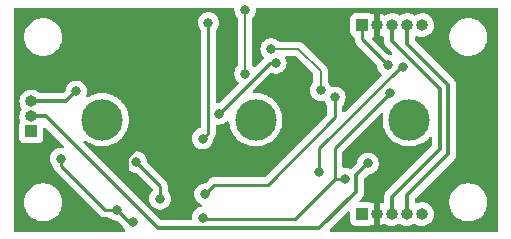
<source format=gbl>
%TF.GenerationSoftware,KiCad,Pcbnew,(6.99.0)*%
%TF.CreationDate,2023-04-20T01:20:35-07:00*%
%TF.ProjectId,emg-analog-front-end,656d672d-616e-4616-9c6f-672d66726f6e,rev?*%
%TF.SameCoordinates,Original*%
%TF.FileFunction,Copper,L2,Bot*%
%TF.FilePolarity,Positive*%
%FSLAX46Y46*%
G04 Gerber Fmt 4.6, Leading zero omitted, Abs format (unit mm)*
G04 Created by KiCad (PCBNEW (6.99.0)) date 2023-04-20 01:20:35*
%MOMM*%
%LPD*%
G01*
G04 APERTURE LIST*
%TA.AperFunction,ComponentPad*%
%ADD10R,1.000000X1.000000*%
%TD*%
%TA.AperFunction,ComponentPad*%
%ADD11O,1.000000X1.000000*%
%TD*%
%TA.AperFunction,ComponentPad*%
%ADD12C,3.500000*%
%TD*%
%TA.AperFunction,ViaPad*%
%ADD13C,0.800000*%
%TD*%
%TA.AperFunction,Conductor*%
%ADD14C,0.254000*%
%TD*%
%TA.AperFunction,Conductor*%
%ADD15C,0.355600*%
%TD*%
%TA.AperFunction,Conductor*%
%ADD16C,0.203200*%
%TD*%
%TA.AperFunction,Conductor*%
%ADD17C,0.250000*%
%TD*%
G04 APERTURE END LIST*
D10*
%TO.P,J2,1,Pin_1*%
%TO.N,GND*%
X30000000Y-2000000D03*
D11*
%TO.P,J2,2,Pin_2*%
%TO.N,VDD*%
X31270000Y-2000000D03*
%TO.P,J2,3,Pin_3*%
%TO.N,AOUT*%
X32540000Y-2000000D03*
%TO.P,J2,4,Pin_4*%
%TO.N,AOUT1*%
X33810000Y-2000000D03*
%TO.P,J2,5,Pin_5*%
%TO.N,-VDD*%
X35080000Y-2000000D03*
%TD*%
D12*
%TO.P,H7,1,1*%
%TO.N,Net-(H7-Pad1)*%
X21000000Y-10000000D03*
%TD*%
D10*
%TO.P,J1,1,Pin_1*%
%TO.N,GND*%
X2000000Y-11000000D03*
D11*
%TO.P,J1,2,Pin_2*%
%TO.N,E+*%
X2000000Y-9730000D03*
%TO.P,J1,3,Pin_3*%
%TO.N,E-*%
X2000000Y-8460000D03*
%TD*%
D10*
%TO.P,J3,1,Pin_1*%
%TO.N,GND*%
X30000000Y-18000000D03*
D11*
%TO.P,J3,2,Pin_2*%
%TO.N,VDD*%
X31270000Y-18000000D03*
%TO.P,J3,3,Pin_3*%
%TO.N,AOUT*%
X32540000Y-18000000D03*
%TO.P,J3,4,Pin_4*%
%TO.N,AOUT1*%
X33810000Y-18000000D03*
%TO.P,J3,5,Pin_5*%
%TO.N,-VDD*%
X35080000Y-18000000D03*
%TD*%
D12*
%TO.P,H8,1,1*%
%TO.N,Net-(H8-Pad1)*%
X34000000Y-10000000D03*
%TD*%
%TO.P,H6,1,1*%
%TO.N,Net-(H6-Pad1)*%
X8000000Y-10000000D03*
%TD*%
D13*
%TO.N,-VDD*%
X10900000Y-13600000D03*
%TO.N,VDD*%
X10700000Y-15431250D03*
%TO.N,GND*%
X4500000Y-13300000D03*
X10600000Y-18700000D03*
%TO.N,-VDD*%
X12900000Y-16700000D03*
%TO.N,GND*%
X9237500Y-17631250D03*
%TO.N,VDD*%
X23200000Y-7800000D03*
%TO.N,E-*%
X5800000Y-7600000D03*
%TO.N,E+*%
X30500000Y-13700000D03*
%TO.N,GND*%
X32200000Y-5400000D03*
%TO.N,VDD*%
X17400000Y-12900000D03*
%TO.N,-VDD*%
X28600000Y-15000000D03*
%TO.N,VDD*%
X14100000Y-5000000D03*
%TO.N,GND*%
X16500000Y-11600000D03*
X17000000Y-1800000D03*
%TO.N,-VDD*%
X16500000Y-18300000D03*
X32400000Y-7700000D03*
%TO.N,HPF_OUT*%
X17900000Y-9500000D03*
X22700000Y-5200000D03*
%TO.N,Net-(C14-Pad2)*%
X20100000Y-6100000D03*
X20100000Y-700000D03*
%TO.N,NOTCH_OUT*%
X26500000Y-7500000D03*
X22300000Y-4000000D03*
%TO.N,AMP_IN*%
X27700000Y-8100000D03*
X16700000Y-16300000D03*
%TO.N,Net-(R7-Pad3)*%
X33500000Y-5500000D03*
X26400000Y-14400000D03*
%TD*%
D14*
%TO.N,VDD*%
X10700000Y-15431250D02*
X10700000Y-14900000D01*
X10700000Y-14900000D02*
X10100000Y-14300000D01*
X10100000Y-14300000D02*
X10100000Y-13200000D01*
X10100000Y-13200000D02*
X10800000Y-12500000D01*
X10800000Y-12500000D02*
X13600000Y-12500000D01*
X13600000Y-12500000D02*
X14100000Y-12000000D01*
X14100000Y-12000000D02*
X14100000Y-5000000D01*
%TO.N,-VDD*%
X10900000Y-13600000D02*
X12900000Y-15600000D01*
X12900000Y-15600000D02*
X12900000Y-16700000D01*
X16500000Y-18300000D02*
X16600000Y-18400000D01*
X16600000Y-18400000D02*
X24300000Y-18400000D01*
X24300000Y-18400000D02*
X27700000Y-15000000D01*
%TO.N,GND*%
X4500000Y-13900000D02*
X8231250Y-17631250D01*
X4500000Y-13300000D02*
X4500000Y-13900000D01*
X8231250Y-17631250D02*
X9237500Y-17631250D01*
X9237500Y-17631250D02*
X10306250Y-18700000D01*
X10306250Y-18700000D02*
X10600000Y-18700000D01*
D15*
%TO.N,E+*%
X30500000Y-13700000D02*
X29500000Y-14700000D01*
X12700000Y-19200000D02*
X3230000Y-9730000D01*
X29500000Y-14700000D02*
X29500000Y-16100000D01*
X29500000Y-16100000D02*
X26400000Y-19200000D01*
X3230000Y-9730000D02*
X2000000Y-9730000D01*
X26400000Y-19200000D02*
X12700000Y-19200000D01*
D16*
%TO.N,VDD*%
X17400000Y-12900000D02*
X22100000Y-12900000D01*
X23200000Y-7900000D02*
X23200000Y-7800000D01*
X22100000Y-12900000D02*
X23400000Y-11600000D01*
X23400000Y-11600000D02*
X23400000Y-8100000D01*
X23400000Y-8100000D02*
X23200000Y-7900000D01*
D17*
%TO.N,HPF_OUT*%
X17900000Y-9500000D02*
X22200000Y-5200000D01*
X22200000Y-5200000D02*
X22700000Y-5200000D01*
D15*
%TO.N,E-*%
X5800000Y-7600000D02*
X4940000Y-8460000D01*
X4940000Y-8460000D02*
X2000000Y-8460000D01*
D17*
%TO.N,AMP_IN*%
X16700000Y-16300000D02*
X17500000Y-15500000D01*
X17500000Y-15500000D02*
X22000000Y-15500000D01*
X22000000Y-15500000D02*
X27700000Y-9800000D01*
X27700000Y-9800000D02*
X27700000Y-8100000D01*
D14*
%TO.N,GND*%
X32200000Y-5400000D02*
X30000000Y-3200000D01*
X30000000Y-3200000D02*
X30000000Y-2000000D01*
%TO.N,Net-(R7-Pad3)*%
X26400000Y-12400000D02*
X26400000Y-14400000D01*
X33300000Y-5500000D02*
X26400000Y-12400000D01*
X33500000Y-5500000D02*
X33300000Y-5500000D01*
%TO.N,-VDD*%
X27700000Y-15000000D02*
X28600000Y-15000000D01*
D16*
%TO.N,NOTCH_OUT*%
X26500000Y-7500000D02*
X26500000Y-5900000D01*
X26500000Y-5900000D02*
X24600000Y-4000000D01*
X24600000Y-4000000D02*
X22300000Y-4000000D01*
D17*
%TO.N,GND*%
X17000000Y-11100000D02*
X16500000Y-11600000D01*
X17000000Y-1800000D02*
X17000000Y-11100000D01*
D16*
%TO.N,Net-(C14-Pad2)*%
X20100000Y-6100000D02*
X20100000Y-700000D01*
D15*
%TO.N,AOUT*%
X32540000Y-18000000D02*
X32540000Y-16560000D01*
X32540000Y-16560000D02*
X36600000Y-12500000D01*
X36600000Y-12500000D02*
X36600000Y-7400000D01*
X36600000Y-7400000D02*
X32540000Y-3340000D01*
X32540000Y-3340000D02*
X32540000Y-2000000D01*
%TO.N,AOUT1*%
X33810000Y-2000000D02*
X33810000Y-3610000D01*
X33810000Y-3610000D02*
X37300000Y-7100000D01*
X37300000Y-7100000D02*
X37300000Y-12900000D01*
X37300000Y-12900000D02*
X33810000Y-16390000D01*
X33810000Y-16390000D02*
X33810000Y-18000000D01*
D14*
%TO.N,-VDD*%
X27700000Y-12400000D02*
X27700000Y-15000000D01*
X32400000Y-7700000D02*
X27700000Y-12400000D01*
%TD*%
%TA.AperFunction,Conductor*%
%TO.N,VDD*%
G36*
X41434121Y-528002D02*
G01*
X41480614Y-581658D01*
X41492000Y-634000D01*
X41492000Y-19366000D01*
X41471998Y-19434121D01*
X41418342Y-19480614D01*
X41366000Y-19492000D01*
X27382765Y-19492000D01*
X27314644Y-19471998D01*
X27268151Y-19418342D01*
X27258047Y-19348068D01*
X27287541Y-19283488D01*
X27293670Y-19276905D01*
X28776405Y-17794169D01*
X28838717Y-17760144D01*
X28909532Y-17765208D01*
X28966368Y-17807755D01*
X28991179Y-17874275D01*
X28991500Y-17883264D01*
X28991500Y-18548134D01*
X28998255Y-18610316D01*
X29049385Y-18746705D01*
X29136739Y-18863261D01*
X29253295Y-18950615D01*
X29389684Y-19001745D01*
X29451866Y-19008500D01*
X30548134Y-19008500D01*
X30610316Y-19001745D01*
X30746705Y-18950615D01*
X30753892Y-18945229D01*
X30761760Y-18940921D01*
X30762891Y-18942987D01*
X30817418Y-18922618D01*
X30865408Y-18928459D01*
X30998769Y-18971790D01*
X31012867Y-18972193D01*
X31016000Y-18965821D01*
X31016000Y-17042076D01*
X31012027Y-17028545D01*
X31004232Y-17027425D01*
X30896479Y-17059138D01*
X30879396Y-17066040D01*
X30878941Y-17064914D01*
X30815604Y-17077498D01*
X30762772Y-17057230D01*
X30761760Y-17059079D01*
X30753892Y-17054771D01*
X30746705Y-17049385D01*
X30610316Y-16998255D01*
X30548134Y-16991500D01*
X29883264Y-16991500D01*
X29815143Y-16971498D01*
X29768650Y-16917842D01*
X29758546Y-16847568D01*
X29788040Y-16782988D01*
X29794169Y-16776405D01*
X29965366Y-16605208D01*
X29971631Y-16599354D01*
X29997558Y-16576736D01*
X30013766Y-16562597D01*
X30049291Y-16512050D01*
X30053224Y-16506754D01*
X30086661Y-16464110D01*
X30091348Y-16458133D01*
X30094475Y-16451208D01*
X30096947Y-16447126D01*
X30102658Y-16437114D01*
X30104912Y-16432910D01*
X30109281Y-16426694D01*
X30112040Y-16419618D01*
X30112042Y-16419614D01*
X30131722Y-16369137D01*
X30134278Y-16363056D01*
X30156580Y-16313662D01*
X30159706Y-16306739D01*
X30161091Y-16299265D01*
X30162521Y-16294702D01*
X30165672Y-16283644D01*
X30166864Y-16279002D01*
X30169621Y-16271930D01*
X30177685Y-16210678D01*
X30178717Y-16204163D01*
X30180251Y-16195890D01*
X30189977Y-16143410D01*
X30189377Y-16132995D01*
X30186509Y-16083264D01*
X30186300Y-16076011D01*
X30186300Y-15036465D01*
X30206302Y-14968344D01*
X30223205Y-14947370D01*
X30527375Y-14643200D01*
X30589687Y-14609174D01*
X30593879Y-14608500D01*
X30595487Y-14608500D01*
X30600478Y-14607439D01*
X30600485Y-14607438D01*
X30682861Y-14589928D01*
X30782288Y-14568794D01*
X30872786Y-14528502D01*
X30950722Y-14493803D01*
X30950724Y-14493802D01*
X30956752Y-14491118D01*
X31111253Y-14378866D01*
X31143061Y-14343540D01*
X31234621Y-14241852D01*
X31234622Y-14241851D01*
X31239040Y-14236944D01*
X31334527Y-14071556D01*
X31393542Y-13889928D01*
X31395766Y-13868774D01*
X31412814Y-13706565D01*
X31413504Y-13700000D01*
X31402137Y-13591852D01*
X31394232Y-13516635D01*
X31394232Y-13516633D01*
X31393542Y-13510072D01*
X31334527Y-13328444D01*
X31239040Y-13163056D01*
X31197243Y-13116635D01*
X31115675Y-13026045D01*
X31115674Y-13026044D01*
X31111253Y-13021134D01*
X30975800Y-12922721D01*
X30962094Y-12912763D01*
X30962093Y-12912762D01*
X30956752Y-12908882D01*
X30950724Y-12906198D01*
X30950722Y-12906197D01*
X30788319Y-12833891D01*
X30788318Y-12833891D01*
X30782288Y-12831206D01*
X30688888Y-12811353D01*
X30601944Y-12792872D01*
X30601939Y-12792872D01*
X30595487Y-12791500D01*
X30404513Y-12791500D01*
X30398061Y-12792872D01*
X30398056Y-12792872D01*
X30311112Y-12811353D01*
X30217712Y-12831206D01*
X30211682Y-12833891D01*
X30211681Y-12833891D01*
X30049278Y-12906197D01*
X30049276Y-12906198D01*
X30043248Y-12908882D01*
X30037907Y-12912762D01*
X30037906Y-12912763D01*
X30024200Y-12922721D01*
X29888747Y-13021134D01*
X29884326Y-13026044D01*
X29884325Y-13026045D01*
X29802758Y-13116635D01*
X29760960Y-13163056D01*
X29665473Y-13328444D01*
X29606458Y-13510072D01*
X29605768Y-13516633D01*
X29605768Y-13516635D01*
X29597863Y-13591852D01*
X29570850Y-13657509D01*
X29561648Y-13667778D01*
X29092931Y-14136494D01*
X29030619Y-14170519D01*
X28959803Y-14165454D01*
X28952588Y-14162505D01*
X28888324Y-14133893D01*
X28888321Y-14133892D01*
X28882288Y-14131206D01*
X28840660Y-14122358D01*
X28701944Y-14092872D01*
X28701939Y-14092872D01*
X28695487Y-14091500D01*
X28504513Y-14091500D01*
X28498058Y-14092872D01*
X28498049Y-14092873D01*
X28487694Y-14095074D01*
X28416904Y-14089671D01*
X28360272Y-14046853D01*
X28335780Y-13980215D01*
X28335500Y-13971827D01*
X28335500Y-12715422D01*
X28355502Y-12647301D01*
X28372405Y-12626327D01*
X31576990Y-9421742D01*
X31639302Y-9387716D01*
X31710117Y-9392781D01*
X31766953Y-9435328D01*
X31791764Y-9501848D01*
X31789664Y-9535418D01*
X31756821Y-9700532D01*
X31756017Y-9704574D01*
X31755748Y-9708679D01*
X31755747Y-9708686D01*
X31741972Y-9918858D01*
X31736654Y-10000000D01*
X31736924Y-10004119D01*
X31755735Y-10291118D01*
X31756017Y-10295426D01*
X31756819Y-10299459D01*
X31756820Y-10299465D01*
X31788679Y-10459627D01*
X31813776Y-10585797D01*
X31815103Y-10589706D01*
X31815104Y-10589710D01*
X31864047Y-10733891D01*
X31908941Y-10866145D01*
X31970852Y-10991687D01*
X32034157Y-11120057D01*
X32039885Y-11131673D01*
X32042179Y-11135106D01*
X32180422Y-11342001D01*
X32204367Y-11377838D01*
X32207081Y-11380932D01*
X32207085Y-11380938D01*
X32347387Y-11540921D01*
X32399573Y-11600427D01*
X32402662Y-11603136D01*
X32619062Y-11792915D01*
X32619068Y-11792919D01*
X32622162Y-11795633D01*
X32625588Y-11797922D01*
X32625593Y-11797926D01*
X32731428Y-11868642D01*
X32868327Y-11960115D01*
X32872026Y-11961939D01*
X32872031Y-11961942D01*
X32947119Y-11998971D01*
X33133855Y-12091059D01*
X33137760Y-12092384D01*
X33137761Y-12092385D01*
X33410290Y-12184896D01*
X33410294Y-12184897D01*
X33414203Y-12186224D01*
X33418247Y-12187028D01*
X33418253Y-12187030D01*
X33700535Y-12243180D01*
X33700541Y-12243181D01*
X33704574Y-12243983D01*
X33708679Y-12244252D01*
X33708686Y-12244253D01*
X33995881Y-12263076D01*
X34000000Y-12263346D01*
X34004119Y-12263076D01*
X34291314Y-12244253D01*
X34291321Y-12244252D01*
X34295426Y-12243983D01*
X34299459Y-12243181D01*
X34299465Y-12243180D01*
X34581747Y-12187030D01*
X34581753Y-12187028D01*
X34585797Y-12186224D01*
X34589706Y-12184897D01*
X34589710Y-12184896D01*
X34862239Y-12092385D01*
X34862240Y-12092384D01*
X34866145Y-12091059D01*
X35052881Y-11998971D01*
X35127969Y-11961942D01*
X35127974Y-11961939D01*
X35131673Y-11960115D01*
X35268572Y-11868642D01*
X35374407Y-11797926D01*
X35374412Y-11797922D01*
X35377838Y-11795633D01*
X35380932Y-11792919D01*
X35380938Y-11792915D01*
X35597338Y-11603136D01*
X35600427Y-11600427D01*
X35652613Y-11540921D01*
X35692968Y-11494905D01*
X35752922Y-11456878D01*
X35823917Y-11457300D01*
X35883414Y-11496039D01*
X35912522Y-11560794D01*
X35913700Y-11577983D01*
X35913700Y-12163535D01*
X35893698Y-12231656D01*
X35876795Y-12252630D01*
X32074634Y-16054792D01*
X32068369Y-16060646D01*
X32026234Y-16097403D01*
X32001875Y-16132062D01*
X31990709Y-16147950D01*
X31986776Y-16153246D01*
X31948652Y-16201867D01*
X31945525Y-16208792D01*
X31943053Y-16212874D01*
X31937342Y-16222886D01*
X31935088Y-16227090D01*
X31930719Y-16233306D01*
X31927960Y-16240382D01*
X31927958Y-16240386D01*
X31908278Y-16290863D01*
X31905722Y-16296944D01*
X31880294Y-16353261D01*
X31878909Y-16360735D01*
X31877479Y-16365298D01*
X31874328Y-16376356D01*
X31873136Y-16380998D01*
X31870379Y-16388070D01*
X31869388Y-16395598D01*
X31862315Y-16449321D01*
X31861285Y-16455824D01*
X31850023Y-16516590D01*
X31850460Y-16524170D01*
X31850460Y-16524171D01*
X31853491Y-16576736D01*
X31853700Y-16583989D01*
X31853700Y-16958277D01*
X31833698Y-17026398D01*
X31780042Y-17072891D01*
X31709768Y-17082995D01*
X31673812Y-17071109D01*
X31673611Y-17071586D01*
X31656619Y-17064444D01*
X31541308Y-17028750D01*
X31527205Y-17028544D01*
X31524000Y-17035299D01*
X31524000Y-18957564D01*
X31527973Y-18971095D01*
X31536188Y-18972276D01*
X31630337Y-18945989D01*
X31641787Y-18941548D01*
X31807226Y-18857979D01*
X31817588Y-18851403D01*
X31826074Y-18844773D01*
X31892068Y-18818595D01*
X31965117Y-18834074D01*
X32134294Y-18928624D01*
X32322392Y-18989740D01*
X32518777Y-19013158D01*
X32524912Y-19012686D01*
X32524914Y-19012686D01*
X32709830Y-18998457D01*
X32709834Y-18998456D01*
X32715972Y-18997984D01*
X32906463Y-18944798D01*
X32911967Y-18942018D01*
X32911969Y-18942017D01*
X33077493Y-18858405D01*
X33077495Y-18858404D01*
X33082996Y-18855625D01*
X33087850Y-18851833D01*
X33087859Y-18851827D01*
X33096548Y-18845038D01*
X33162542Y-18818860D01*
X33235592Y-18834339D01*
X33404294Y-18928624D01*
X33592392Y-18989740D01*
X33788777Y-19013158D01*
X33794912Y-19012686D01*
X33794914Y-19012686D01*
X33979830Y-18998457D01*
X33979834Y-18998456D01*
X33985972Y-18997984D01*
X34176463Y-18944798D01*
X34181967Y-18942018D01*
X34181969Y-18942017D01*
X34347493Y-18858405D01*
X34347495Y-18858404D01*
X34352996Y-18855625D01*
X34357850Y-18851833D01*
X34357859Y-18851827D01*
X34366548Y-18845038D01*
X34432542Y-18818860D01*
X34505592Y-18834339D01*
X34674294Y-18928624D01*
X34862392Y-18989740D01*
X35058777Y-19013158D01*
X35064912Y-19012686D01*
X35064914Y-19012686D01*
X35249830Y-18998457D01*
X35249834Y-18998456D01*
X35255972Y-18997984D01*
X35446463Y-18944798D01*
X35451967Y-18942018D01*
X35451969Y-18942017D01*
X35617495Y-18858404D01*
X35617497Y-18858403D01*
X35622996Y-18855625D01*
X35778847Y-18733861D01*
X35885488Y-18610316D01*
X35904049Y-18588813D01*
X35904050Y-18588811D01*
X35908078Y-18584145D01*
X36005769Y-18412179D01*
X36068197Y-18224513D01*
X36092985Y-18028295D01*
X36093380Y-18000000D01*
X36074080Y-17803167D01*
X36071364Y-17794169D01*
X36022175Y-17631250D01*
X36016916Y-17613831D01*
X35924066Y-17439204D01*
X35831890Y-17326185D01*
X35802960Y-17290713D01*
X35802957Y-17290710D01*
X35799065Y-17285938D01*
X35794316Y-17282009D01*
X35651425Y-17163799D01*
X35651421Y-17163797D01*
X35646675Y-17159870D01*
X35472701Y-17065802D01*
X35283768Y-17007318D01*
X35277643Y-17006674D01*
X35277642Y-17006674D01*
X35214142Y-17000000D01*
X37386526Y-17000000D01*
X37406391Y-17252403D01*
X37407545Y-17257210D01*
X37407546Y-17257216D01*
X37414442Y-17285938D01*
X37465495Y-17498591D01*
X37467388Y-17503162D01*
X37467389Y-17503164D01*
X37515968Y-17620443D01*
X37562384Y-17732502D01*
X37694672Y-17948376D01*
X37859102Y-18140898D01*
X38051624Y-18305328D01*
X38267498Y-18437616D01*
X38272068Y-18439509D01*
X38272072Y-18439511D01*
X38444228Y-18510820D01*
X38501409Y-18534505D01*
X38572328Y-18551531D01*
X38742784Y-18592454D01*
X38742790Y-18592455D01*
X38747597Y-18593609D01*
X38847416Y-18601465D01*
X38934345Y-18608307D01*
X38934352Y-18608307D01*
X38936801Y-18608500D01*
X39063199Y-18608500D01*
X39065648Y-18608307D01*
X39065655Y-18608307D01*
X39152584Y-18601465D01*
X39252403Y-18593609D01*
X39257210Y-18592455D01*
X39257216Y-18592454D01*
X39427672Y-18551531D01*
X39498591Y-18534505D01*
X39555772Y-18510820D01*
X39727928Y-18439511D01*
X39727932Y-18439509D01*
X39732502Y-18437616D01*
X39948376Y-18305328D01*
X40140898Y-18140898D01*
X40305328Y-17948376D01*
X40437616Y-17732502D01*
X40484033Y-17620443D01*
X40532611Y-17503164D01*
X40532612Y-17503162D01*
X40534505Y-17498591D01*
X40585558Y-17285938D01*
X40592454Y-17257216D01*
X40592455Y-17257210D01*
X40593609Y-17252403D01*
X40613474Y-17000000D01*
X40593609Y-16747597D01*
X40589219Y-16729309D01*
X40543613Y-16539346D01*
X40534505Y-16501409D01*
X40532350Y-16496206D01*
X40439511Y-16272072D01*
X40439509Y-16272068D01*
X40437616Y-16267498D01*
X40305328Y-16051624D01*
X40140898Y-15859102D01*
X39948376Y-15694672D01*
X39732502Y-15562384D01*
X39727932Y-15560491D01*
X39727928Y-15560489D01*
X39503164Y-15467389D01*
X39503162Y-15467388D01*
X39498591Y-15465495D01*
X39366950Y-15433891D01*
X39257216Y-15407546D01*
X39257210Y-15407545D01*
X39252403Y-15406391D01*
X39152584Y-15398535D01*
X39065655Y-15391693D01*
X39065648Y-15391693D01*
X39063199Y-15391500D01*
X38936801Y-15391500D01*
X38934352Y-15391693D01*
X38934345Y-15391693D01*
X38847416Y-15398535D01*
X38747597Y-15406391D01*
X38742790Y-15407545D01*
X38742784Y-15407546D01*
X38633050Y-15433891D01*
X38501409Y-15465495D01*
X38496838Y-15467388D01*
X38496836Y-15467389D01*
X38272072Y-15560489D01*
X38272068Y-15560491D01*
X38267498Y-15562384D01*
X38051624Y-15694672D01*
X37859102Y-15859102D01*
X37694672Y-16051624D01*
X37562384Y-16267498D01*
X37560491Y-16272068D01*
X37560489Y-16272072D01*
X37467650Y-16496206D01*
X37465495Y-16501409D01*
X37456387Y-16539346D01*
X37410782Y-16729309D01*
X37406391Y-16747597D01*
X37386526Y-17000000D01*
X35214142Y-17000000D01*
X35093204Y-16987289D01*
X35093202Y-16987289D01*
X35087075Y-16986645D01*
X35004576Y-16994153D01*
X34896251Y-17004011D01*
X34896248Y-17004012D01*
X34890112Y-17004570D01*
X34884206Y-17006308D01*
X34884202Y-17006309D01*
X34807954Y-17028750D01*
X34700381Y-17060410D01*
X34694916Y-17063267D01*
X34680677Y-17070711D01*
X34611042Y-17084546D01*
X34544981Y-17058537D01*
X34503468Y-17000942D01*
X34496300Y-16959050D01*
X34496300Y-16726465D01*
X34516302Y-16658344D01*
X34533205Y-16637370D01*
X37765374Y-13405201D01*
X37771639Y-13399347D01*
X37772026Y-13399010D01*
X37813766Y-13362597D01*
X37818134Y-13356383D01*
X37818136Y-13356380D01*
X37849283Y-13312064D01*
X37853213Y-13306772D01*
X37886660Y-13264114D01*
X37886663Y-13264109D01*
X37891348Y-13258134D01*
X37894475Y-13251210D01*
X37896956Y-13247112D01*
X37902651Y-13237127D01*
X37904911Y-13232911D01*
X37909281Y-13226694D01*
X37931727Y-13169125D01*
X37934283Y-13163046D01*
X37956578Y-13113666D01*
X37959706Y-13106739D01*
X37961091Y-13099265D01*
X37962525Y-13094690D01*
X37965672Y-13083644D01*
X37966864Y-13079002D01*
X37969621Y-13071930D01*
X37977685Y-13010678D01*
X37978717Y-13004163D01*
X37988593Y-12950876D01*
X37989977Y-12943410D01*
X37989477Y-12934729D01*
X37986509Y-12883264D01*
X37986300Y-12876011D01*
X37986300Y-7128144D01*
X37986592Y-7119574D01*
X37989877Y-7071394D01*
X37989877Y-7071390D01*
X37990393Y-7063818D01*
X37979769Y-7002947D01*
X37978807Y-6996425D01*
X37972297Y-6942632D01*
X37971385Y-6935092D01*
X37968700Y-6927987D01*
X37967568Y-6923377D01*
X37964519Y-6912229D01*
X37963139Y-6907661D01*
X37961834Y-6900181D01*
X37936998Y-6843603D01*
X37934517Y-6837523D01*
X37915353Y-6786806D01*
X37915352Y-6786803D01*
X37912669Y-6779704D01*
X37908368Y-6773446D01*
X37906168Y-6769238D01*
X37900560Y-6759162D01*
X37898120Y-6755035D01*
X37895066Y-6748079D01*
X37890443Y-6742054D01*
X37890440Y-6742049D01*
X37857466Y-6699076D01*
X37853590Y-6693741D01*
X37822890Y-6649073D01*
X37822885Y-6649067D01*
X37818583Y-6642808D01*
X37773587Y-6602718D01*
X37768312Y-6597738D01*
X34533205Y-3362631D01*
X34499179Y-3300319D01*
X34496300Y-3273536D01*
X34496300Y-3042752D01*
X34516302Y-2974631D01*
X34569958Y-2928138D01*
X34640232Y-2918034D01*
X34671041Y-2926806D01*
X34674294Y-2928624D01*
X34862392Y-2989740D01*
X35058777Y-3013158D01*
X35064912Y-3012686D01*
X35064914Y-3012686D01*
X35229778Y-3000000D01*
X37386526Y-3000000D01*
X37406391Y-3252403D01*
X37407545Y-3257210D01*
X37407546Y-3257216D01*
X37438607Y-3386594D01*
X37465495Y-3498591D01*
X37467388Y-3503162D01*
X37467389Y-3503164D01*
X37545575Y-3691921D01*
X37562384Y-3732502D01*
X37694672Y-3948376D01*
X37859102Y-4140898D01*
X38051624Y-4305328D01*
X38267498Y-4437616D01*
X38272068Y-4439509D01*
X38272072Y-4439511D01*
X38496836Y-4532611D01*
X38501409Y-4534505D01*
X38586032Y-4554821D01*
X38742784Y-4592454D01*
X38742790Y-4592455D01*
X38747597Y-4593609D01*
X38847416Y-4601465D01*
X38934345Y-4608307D01*
X38934352Y-4608307D01*
X38936801Y-4608500D01*
X39063199Y-4608500D01*
X39065648Y-4608307D01*
X39065655Y-4608307D01*
X39152584Y-4601465D01*
X39252403Y-4593609D01*
X39257210Y-4592455D01*
X39257216Y-4592454D01*
X39413968Y-4554821D01*
X39498591Y-4534505D01*
X39503164Y-4532611D01*
X39727928Y-4439511D01*
X39727932Y-4439509D01*
X39732502Y-4437616D01*
X39948376Y-4305328D01*
X40140898Y-4140898D01*
X40305328Y-3948376D01*
X40437616Y-3732502D01*
X40454426Y-3691921D01*
X40532611Y-3503164D01*
X40532612Y-3503162D01*
X40534505Y-3498591D01*
X40561393Y-3386594D01*
X40592454Y-3257216D01*
X40592455Y-3257210D01*
X40593609Y-3252403D01*
X40613474Y-3000000D01*
X40613077Y-2994949D01*
X40601812Y-2851829D01*
X40593609Y-2747597D01*
X40591377Y-2738297D01*
X40545920Y-2548956D01*
X40534505Y-2501409D01*
X40497545Y-2412179D01*
X40439511Y-2272072D01*
X40439509Y-2272068D01*
X40437616Y-2267498D01*
X40305328Y-2051624D01*
X40140898Y-1859102D01*
X39948376Y-1694672D01*
X39732502Y-1562384D01*
X39727932Y-1560491D01*
X39727928Y-1560489D01*
X39503164Y-1467389D01*
X39503162Y-1467388D01*
X39498591Y-1465495D01*
X39389080Y-1439204D01*
X39257216Y-1407546D01*
X39257210Y-1407545D01*
X39252403Y-1406391D01*
X39139943Y-1397540D01*
X39065655Y-1391693D01*
X39065648Y-1391693D01*
X39063199Y-1391500D01*
X38936801Y-1391500D01*
X38934352Y-1391693D01*
X38934345Y-1391693D01*
X38860057Y-1397540D01*
X38747597Y-1406391D01*
X38742790Y-1407545D01*
X38742784Y-1407546D01*
X38610920Y-1439204D01*
X38501409Y-1465495D01*
X38496838Y-1467388D01*
X38496836Y-1467389D01*
X38272072Y-1560489D01*
X38272068Y-1560491D01*
X38267498Y-1562384D01*
X38051624Y-1694672D01*
X37859102Y-1859102D01*
X37694672Y-2051624D01*
X37562384Y-2267498D01*
X37560491Y-2272068D01*
X37560489Y-2272072D01*
X37502455Y-2412179D01*
X37465495Y-2501409D01*
X37454080Y-2548956D01*
X37408624Y-2738297D01*
X37406391Y-2747597D01*
X37398188Y-2851829D01*
X37386924Y-2994949D01*
X37386526Y-3000000D01*
X35229778Y-3000000D01*
X35249830Y-2998457D01*
X35249834Y-2998456D01*
X35255972Y-2997984D01*
X35446463Y-2944798D01*
X35451967Y-2942018D01*
X35451969Y-2942017D01*
X35617495Y-2858404D01*
X35617497Y-2858403D01*
X35622996Y-2855625D01*
X35778847Y-2733861D01*
X35908078Y-2584145D01*
X36005769Y-2412179D01*
X36068197Y-2224513D01*
X36092985Y-2028295D01*
X36093380Y-2000000D01*
X36074080Y-1803167D01*
X36016916Y-1613831D01*
X35924066Y-1439204D01*
X35846585Y-1344203D01*
X35802960Y-1290713D01*
X35802957Y-1290710D01*
X35799065Y-1285938D01*
X35794316Y-1282009D01*
X35651425Y-1163799D01*
X35651421Y-1163797D01*
X35646675Y-1159870D01*
X35472701Y-1065802D01*
X35283768Y-1007318D01*
X35277643Y-1006674D01*
X35277642Y-1006674D01*
X35093204Y-987289D01*
X35093202Y-987289D01*
X35087075Y-986645D01*
X35004576Y-994153D01*
X34896251Y-1004011D01*
X34896248Y-1004012D01*
X34890112Y-1004570D01*
X34884206Y-1006308D01*
X34884202Y-1006309D01*
X34807954Y-1028750D01*
X34700381Y-1060410D01*
X34694923Y-1063263D01*
X34694919Y-1063265D01*
X34599135Y-1113340D01*
X34525110Y-1152040D01*
X34520310Y-1155900D01*
X34515153Y-1159274D01*
X34513769Y-1157158D01*
X34458365Y-1180027D01*
X34388512Y-1167334D01*
X34378898Y-1161709D01*
X34376675Y-1159870D01*
X34202701Y-1065802D01*
X34013768Y-1007318D01*
X34007643Y-1006674D01*
X34007642Y-1006674D01*
X33823204Y-987289D01*
X33823202Y-987289D01*
X33817075Y-986645D01*
X33734576Y-994153D01*
X33626251Y-1004011D01*
X33626248Y-1004012D01*
X33620112Y-1004570D01*
X33614206Y-1006308D01*
X33614202Y-1006309D01*
X33537954Y-1028750D01*
X33430381Y-1060410D01*
X33424923Y-1063263D01*
X33424919Y-1063265D01*
X33329135Y-1113340D01*
X33255110Y-1152040D01*
X33250310Y-1155900D01*
X33245153Y-1159274D01*
X33243769Y-1157158D01*
X33188365Y-1180027D01*
X33118512Y-1167334D01*
X33108898Y-1161709D01*
X33106675Y-1159870D01*
X32932701Y-1065802D01*
X32743768Y-1007318D01*
X32737643Y-1006674D01*
X32737642Y-1006674D01*
X32553204Y-987289D01*
X32553202Y-987289D01*
X32547075Y-986645D01*
X32464576Y-994153D01*
X32356251Y-1004011D01*
X32356248Y-1004012D01*
X32350112Y-1004570D01*
X32344206Y-1006308D01*
X32344202Y-1006309D01*
X32267954Y-1028750D01*
X32160381Y-1060410D01*
X32154923Y-1063263D01*
X32154919Y-1063265D01*
X32059135Y-1113340D01*
X31985110Y-1152040D01*
X31980310Y-1155900D01*
X31975153Y-1159274D01*
X31973849Y-1157281D01*
X31917977Y-1180354D01*
X31848122Y-1167674D01*
X31834186Y-1159522D01*
X31830980Y-1157360D01*
X31667924Y-1069196D01*
X31656619Y-1064444D01*
X31541308Y-1028750D01*
X31527205Y-1028544D01*
X31524000Y-1035299D01*
X31524000Y-2957564D01*
X31527973Y-2971095D01*
X31536188Y-2972276D01*
X31630337Y-2945989D01*
X31641788Y-2941547D01*
X31670890Y-2926847D01*
X31740712Y-2913987D01*
X31806403Y-2940917D01*
X31847106Y-2999087D01*
X31853700Y-3039313D01*
X31853700Y-3311856D01*
X31853408Y-3320426D01*
X31850256Y-3366668D01*
X31849607Y-3376182D01*
X31858348Y-3426263D01*
X31860230Y-3437049D01*
X31861192Y-3443571D01*
X31868615Y-3504908D01*
X31871300Y-3512013D01*
X31872432Y-3516623D01*
X31875481Y-3527771D01*
X31876861Y-3532339D01*
X31878166Y-3539819D01*
X31903002Y-3596397D01*
X31905483Y-3602477D01*
X31913133Y-3622721D01*
X31927331Y-3660296D01*
X31931632Y-3666554D01*
X31933832Y-3670762D01*
X31939436Y-3680832D01*
X31941881Y-3684966D01*
X31944934Y-3691921D01*
X31979311Y-3736722D01*
X31982541Y-3740932D01*
X31986407Y-3746253D01*
X32021417Y-3797192D01*
X32027084Y-3802241D01*
X32027090Y-3802248D01*
X32066412Y-3837282D01*
X32071688Y-3842263D01*
X32534984Y-4305559D01*
X32569010Y-4367871D01*
X32563945Y-4438686D01*
X32521398Y-4495522D01*
X32454878Y-4520333D01*
X32419694Y-4517901D01*
X32378126Y-4509066D01*
X32301944Y-4492872D01*
X32301939Y-4492872D01*
X32295487Y-4491500D01*
X32242422Y-4491500D01*
X32174301Y-4471498D01*
X32153327Y-4454595D01*
X30883645Y-3184912D01*
X30849619Y-3122600D01*
X30854684Y-3051784D01*
X30897231Y-2994949D01*
X30963751Y-2970138D01*
X30980635Y-2972197D01*
X30980661Y-2971273D01*
X31012867Y-2972193D01*
X31016000Y-2965821D01*
X31016000Y-1042076D01*
X31012027Y-1028545D01*
X31004232Y-1027425D01*
X30896479Y-1059138D01*
X30879396Y-1066040D01*
X30878941Y-1064914D01*
X30815604Y-1077498D01*
X30762772Y-1057230D01*
X30761760Y-1059079D01*
X30753892Y-1054771D01*
X30746705Y-1049385D01*
X30610316Y-998255D01*
X30548134Y-991500D01*
X29451866Y-991500D01*
X29389684Y-998255D01*
X29253295Y-1049385D01*
X29136739Y-1136739D01*
X29049385Y-1253295D01*
X28998255Y-1389684D01*
X28991500Y-1451866D01*
X28991500Y-2548134D01*
X28998255Y-2610316D01*
X29049385Y-2746705D01*
X29136739Y-2863261D01*
X29253295Y-2950615D01*
X29282731Y-2961650D01*
X29339495Y-3004292D01*
X29364194Y-3070854D01*
X29364500Y-3079632D01*
X29364500Y-3120980D01*
X29363970Y-3132214D01*
X29362292Y-3139719D01*
X29362541Y-3147638D01*
X29364438Y-3208012D01*
X29364500Y-3211969D01*
X29364500Y-3239983D01*
X29364996Y-3243908D01*
X29364996Y-3243909D01*
X29365008Y-3244004D01*
X29365941Y-3255849D01*
X29367335Y-3300205D01*
X29373013Y-3319748D01*
X29377023Y-3339112D01*
X29379573Y-3359299D01*
X29382489Y-3366663D01*
X29382490Y-3366668D01*
X29395907Y-3400556D01*
X29399752Y-3411785D01*
X29404531Y-3428235D01*
X29412131Y-3454393D01*
X29416169Y-3461220D01*
X29416170Y-3461223D01*
X29422488Y-3471906D01*
X29431188Y-3489664D01*
X29435761Y-3501215D01*
X29435765Y-3501221D01*
X29438681Y-3508588D01*
X29443339Y-3514999D01*
X29443340Y-3515001D01*
X29464764Y-3544488D01*
X29471281Y-3554410D01*
X29489826Y-3585768D01*
X29489829Y-3585772D01*
X29493866Y-3592598D01*
X29508250Y-3606982D01*
X29521091Y-3622016D01*
X29533058Y-3638487D01*
X29539166Y-3643540D01*
X29567255Y-3666777D01*
X29576035Y-3674767D01*
X31253210Y-5351943D01*
X31287236Y-5414255D01*
X31289425Y-5427868D01*
X31305129Y-5577279D01*
X31306458Y-5589928D01*
X31365473Y-5771556D01*
X31460960Y-5936944D01*
X31465378Y-5941851D01*
X31465379Y-5941852D01*
X31579678Y-6068794D01*
X31588747Y-6078866D01*
X31594092Y-6082749D01*
X31594096Y-6082753D01*
X31604728Y-6090478D01*
X31648081Y-6146701D01*
X31654155Y-6217437D01*
X31619760Y-6281507D01*
X28548595Y-9352672D01*
X28486283Y-9386698D01*
X28415468Y-9381633D01*
X28358632Y-9339086D01*
X28333821Y-9272566D01*
X28333500Y-9263577D01*
X28333500Y-8802524D01*
X28353502Y-8734403D01*
X28365858Y-8718221D01*
X28439040Y-8636944D01*
X28497314Y-8536010D01*
X28531223Y-8477279D01*
X28531224Y-8477277D01*
X28534527Y-8471556D01*
X28593542Y-8289928D01*
X28597169Y-8255425D01*
X28612814Y-8106565D01*
X28613504Y-8100000D01*
X28607427Y-8042179D01*
X28594232Y-7916635D01*
X28594232Y-7916633D01*
X28593542Y-7910072D01*
X28534527Y-7728444D01*
X28439040Y-7563056D01*
X28434047Y-7557510D01*
X28315675Y-7426045D01*
X28315674Y-7426044D01*
X28311253Y-7421134D01*
X28156752Y-7308882D01*
X28150724Y-7306198D01*
X28150722Y-7306197D01*
X27988319Y-7233891D01*
X27988318Y-7233891D01*
X27982288Y-7231206D01*
X27888888Y-7211353D01*
X27801944Y-7192872D01*
X27801939Y-7192872D01*
X27795487Y-7191500D01*
X27604513Y-7191500D01*
X27598061Y-7192872D01*
X27598056Y-7192872D01*
X27519506Y-7209569D01*
X27482104Y-7217519D01*
X27411314Y-7212117D01*
X27354682Y-7169300D01*
X27339835Y-7140500D01*
X27339254Y-7140758D01*
X27336568Y-7134725D01*
X27334527Y-7128444D01*
X27239040Y-6963056D01*
X27203313Y-6923377D01*
X27142464Y-6855797D01*
X27111746Y-6791790D01*
X27110100Y-6771487D01*
X27110100Y-5975681D01*
X27110597Y-5965132D01*
X27112220Y-5957872D01*
X27110521Y-5903794D01*
X27110162Y-5892387D01*
X27110100Y-5888429D01*
X27110100Y-5861617D01*
X27109604Y-5857691D01*
X27109550Y-5856835D01*
X27108708Y-5846139D01*
X27107627Y-5811726D01*
X27107378Y-5803801D01*
X27102036Y-5785414D01*
X27098028Y-5766057D01*
X27096623Y-5754935D01*
X27096623Y-5754934D01*
X27095629Y-5747068D01*
X27089357Y-5731226D01*
X27080036Y-5707682D01*
X27076192Y-5696455D01*
X27066584Y-5663387D01*
X27066583Y-5663384D01*
X27064372Y-5655775D01*
X27054630Y-5639301D01*
X27045934Y-5621550D01*
X27041804Y-5611119D01*
X27041801Y-5611114D01*
X27038884Y-5603746D01*
X27013983Y-5569473D01*
X27007474Y-5559565D01*
X26985906Y-5523094D01*
X26972374Y-5509562D01*
X26959532Y-5494527D01*
X26948279Y-5479038D01*
X26915633Y-5452031D01*
X26906853Y-5444041D01*
X25084920Y-3622108D01*
X25077810Y-3614295D01*
X25073826Y-3608017D01*
X25026069Y-3563170D01*
X25023227Y-3560415D01*
X25004265Y-3541453D01*
X25001138Y-3539027D01*
X25000497Y-3538462D01*
X24992337Y-3531493D01*
X24961458Y-3502496D01*
X24944681Y-3493272D01*
X24928168Y-3482425D01*
X24919302Y-3475548D01*
X24919297Y-3475545D01*
X24913034Y-3470687D01*
X24874150Y-3453861D01*
X24863505Y-3448646D01*
X24826378Y-3428235D01*
X24807838Y-3423475D01*
X24789141Y-3417074D01*
X24771565Y-3409468D01*
X24729722Y-3402841D01*
X24718103Y-3400435D01*
X24677074Y-3389900D01*
X24657936Y-3389900D01*
X24638225Y-3388349D01*
X24619316Y-3385354D01*
X24606199Y-3386594D01*
X24577139Y-3389341D01*
X24565281Y-3389900D01*
X23029268Y-3389900D01*
X22961147Y-3369898D01*
X22935636Y-3348215D01*
X22911253Y-3321134D01*
X22756752Y-3208882D01*
X22750724Y-3206198D01*
X22750722Y-3206197D01*
X22588319Y-3133891D01*
X22588318Y-3133891D01*
X22582288Y-3131206D01*
X22488888Y-3111353D01*
X22401944Y-3092872D01*
X22401939Y-3092872D01*
X22395487Y-3091500D01*
X22204513Y-3091500D01*
X22198061Y-3092872D01*
X22198056Y-3092872D01*
X22111113Y-3111353D01*
X22017712Y-3131206D01*
X22011682Y-3133891D01*
X22011681Y-3133891D01*
X21849278Y-3206197D01*
X21849276Y-3206198D01*
X21843248Y-3208882D01*
X21688747Y-3321134D01*
X21684326Y-3326044D01*
X21684325Y-3326045D01*
X21594089Y-3426263D01*
X21560960Y-3463056D01*
X21530033Y-3516623D01*
X21477267Y-3608017D01*
X21465473Y-3628444D01*
X21406458Y-3810072D01*
X21405768Y-3816633D01*
X21405768Y-3816635D01*
X21392365Y-3944162D01*
X21386496Y-4000000D01*
X21406458Y-4189928D01*
X21465473Y-4371556D01*
X21560960Y-4536944D01*
X21673407Y-4661829D01*
X21704122Y-4725833D01*
X21695359Y-4796286D01*
X21668864Y-4835231D01*
X20981253Y-5522842D01*
X20918941Y-5556868D01*
X20848126Y-5551803D01*
X20798523Y-5518058D01*
X20742463Y-5455796D01*
X20711746Y-5391789D01*
X20710100Y-5371487D01*
X20710100Y-1428513D01*
X20730102Y-1360392D01*
X20742464Y-1344203D01*
X20834621Y-1241852D01*
X20834622Y-1241851D01*
X20839040Y-1236944D01*
X20908145Y-1117251D01*
X20931223Y-1077279D01*
X20931224Y-1077278D01*
X20934527Y-1071556D01*
X20993542Y-889928D01*
X21013504Y-700000D01*
X21007951Y-647169D01*
X21020723Y-577333D01*
X21069224Y-525486D01*
X21133261Y-508000D01*
X41366000Y-508000D01*
X41434121Y-528002D01*
G37*
%TD.AperFunction*%
%TA.AperFunction,Conductor*%
G36*
X19134860Y-528002D02*
G01*
X19181353Y-581658D01*
X19192049Y-647169D01*
X19186496Y-700000D01*
X19206458Y-889928D01*
X19265473Y-1071556D01*
X19268776Y-1077278D01*
X19268777Y-1077279D01*
X19291855Y-1117251D01*
X19360960Y-1236944D01*
X19365378Y-1241851D01*
X19365379Y-1241852D01*
X19457536Y-1344203D01*
X19488254Y-1408210D01*
X19489900Y-1428513D01*
X19489900Y-5371487D01*
X19469898Y-5439608D01*
X19457536Y-5455797D01*
X19409126Y-5509562D01*
X19360960Y-5563056D01*
X19265473Y-5728444D01*
X19206458Y-5910072D01*
X19205768Y-5916633D01*
X19205768Y-5916635D01*
X19189233Y-6073955D01*
X19186496Y-6100000D01*
X19187186Y-6106565D01*
X19197522Y-6204902D01*
X19206458Y-6289928D01*
X19265473Y-6471556D01*
X19360960Y-6636944D01*
X19365378Y-6641851D01*
X19365379Y-6641852D01*
X19416904Y-6699076D01*
X19488747Y-6778866D01*
X19506366Y-6791667D01*
X19549719Y-6847890D01*
X19555793Y-6918627D01*
X19521398Y-6982697D01*
X17949500Y-8554595D01*
X17887188Y-8588621D01*
X17860405Y-8591500D01*
X17804513Y-8591500D01*
X17798058Y-8592872D01*
X17798049Y-8592873D01*
X17785694Y-8595499D01*
X17714903Y-8590096D01*
X17658272Y-8547278D01*
X17633779Y-8480639D01*
X17633500Y-8472252D01*
X17633500Y-2502524D01*
X17653502Y-2434403D01*
X17665858Y-2418221D01*
X17739040Y-2336944D01*
X17834527Y-2171556D01*
X17893542Y-1989928D01*
X17906898Y-1862858D01*
X17912814Y-1806565D01*
X17913504Y-1800000D01*
X17893542Y-1610072D01*
X17834527Y-1428444D01*
X17739040Y-1263056D01*
X17664281Y-1180027D01*
X17615675Y-1126045D01*
X17615674Y-1126044D01*
X17611253Y-1121134D01*
X17456752Y-1008882D01*
X17450724Y-1006198D01*
X17450722Y-1006197D01*
X17288319Y-933891D01*
X17288318Y-933891D01*
X17282288Y-931206D01*
X17188887Y-911353D01*
X17101944Y-892872D01*
X17101939Y-892872D01*
X17095487Y-891500D01*
X16904513Y-891500D01*
X16898061Y-892872D01*
X16898056Y-892872D01*
X16811113Y-911353D01*
X16717712Y-931206D01*
X16711682Y-933891D01*
X16711681Y-933891D01*
X16549278Y-1006197D01*
X16549276Y-1006198D01*
X16543248Y-1008882D01*
X16388747Y-1121134D01*
X16384326Y-1126044D01*
X16384325Y-1126045D01*
X16335720Y-1180027D01*
X16260960Y-1263056D01*
X16165473Y-1428444D01*
X16106458Y-1610072D01*
X16086496Y-1800000D01*
X16087186Y-1806565D01*
X16093103Y-1862858D01*
X16106458Y-1989928D01*
X16165473Y-2171556D01*
X16260960Y-2336944D01*
X16334137Y-2418215D01*
X16364853Y-2482221D01*
X16366500Y-2502524D01*
X16366500Y-10597547D01*
X16346498Y-10665668D01*
X16292842Y-10712161D01*
X16266698Y-10720794D01*
X16217712Y-10731206D01*
X16211682Y-10733891D01*
X16211681Y-10733891D01*
X16049278Y-10806197D01*
X16049276Y-10806198D01*
X16043248Y-10808882D01*
X15888747Y-10921134D01*
X15760960Y-11063056D01*
X15665473Y-11228444D01*
X15606458Y-11410072D01*
X15605768Y-11416633D01*
X15605768Y-11416635D01*
X15595257Y-11516644D01*
X15586496Y-11600000D01*
X15587186Y-11606565D01*
X15605407Y-11779925D01*
X15606458Y-11789928D01*
X15665473Y-11971556D01*
X15760960Y-12136944D01*
X15765378Y-12141851D01*
X15765379Y-12141852D01*
X15831895Y-12215725D01*
X15888747Y-12278866D01*
X16043248Y-12391118D01*
X16049276Y-12393802D01*
X16049278Y-12393803D01*
X16139318Y-12433891D01*
X16217712Y-12468794D01*
X16311112Y-12488647D01*
X16398056Y-12507128D01*
X16398061Y-12507128D01*
X16404513Y-12508500D01*
X16595487Y-12508500D01*
X16601939Y-12507128D01*
X16601944Y-12507128D01*
X16688888Y-12488647D01*
X16782288Y-12468794D01*
X16860682Y-12433891D01*
X16950722Y-12393803D01*
X16950724Y-12393802D01*
X16956752Y-12391118D01*
X17111253Y-12278866D01*
X17168105Y-12215725D01*
X17234621Y-12141852D01*
X17234622Y-12141851D01*
X17239040Y-12136944D01*
X17334527Y-11971556D01*
X17393542Y-11789928D01*
X17394594Y-11779925D01*
X17410836Y-11625385D01*
X17437849Y-11559729D01*
X17444295Y-11552305D01*
X17453644Y-11542349D01*
X17456400Y-11539505D01*
X17476135Y-11519770D01*
X17478615Y-11516573D01*
X17486320Y-11507551D01*
X17516586Y-11475321D01*
X17520405Y-11468375D01*
X17520407Y-11468372D01*
X17526348Y-11457566D01*
X17537199Y-11441047D01*
X17544758Y-11431301D01*
X17549614Y-11425041D01*
X17552759Y-11417772D01*
X17552762Y-11417768D01*
X17567174Y-11384463D01*
X17572391Y-11373813D01*
X17593695Y-11335060D01*
X17598733Y-11315437D01*
X17605137Y-11296734D01*
X17610033Y-11285420D01*
X17610033Y-11285419D01*
X17613181Y-11278145D01*
X17614420Y-11270322D01*
X17614423Y-11270312D01*
X17620099Y-11234476D01*
X17622505Y-11222856D01*
X17631528Y-11187711D01*
X17631528Y-11187710D01*
X17633500Y-11180030D01*
X17633500Y-11159776D01*
X17635051Y-11140065D01*
X17636980Y-11127886D01*
X17638220Y-11120057D01*
X17634059Y-11076038D01*
X17633500Y-11064181D01*
X17633500Y-10527748D01*
X17653502Y-10459627D01*
X17707158Y-10413134D01*
X17777432Y-10403030D01*
X17785694Y-10404501D01*
X17798049Y-10407127D01*
X17798058Y-10407128D01*
X17804513Y-10408500D01*
X17995487Y-10408500D01*
X18001939Y-10407128D01*
X18001944Y-10407128D01*
X18088887Y-10388647D01*
X18182288Y-10368794D01*
X18188319Y-10366109D01*
X18350722Y-10293803D01*
X18350724Y-10293802D01*
X18356752Y-10291118D01*
X18511253Y-10178866D01*
X18532456Y-10155318D01*
X18592900Y-10118080D01*
X18663884Y-10119432D01*
X18722868Y-10158946D01*
X18751126Y-10224076D01*
X18751820Y-10231390D01*
X18755735Y-10291118D01*
X18756017Y-10295426D01*
X18756819Y-10299459D01*
X18756820Y-10299465D01*
X18788679Y-10459627D01*
X18813776Y-10585797D01*
X18815103Y-10589706D01*
X18815104Y-10589710D01*
X18864047Y-10733891D01*
X18908941Y-10866145D01*
X18970852Y-10991687D01*
X19034157Y-11120057D01*
X19039885Y-11131673D01*
X19042179Y-11135106D01*
X19180422Y-11342001D01*
X19204367Y-11377838D01*
X19207081Y-11380932D01*
X19207085Y-11380938D01*
X19347387Y-11540921D01*
X19399573Y-11600427D01*
X19402662Y-11603136D01*
X19619062Y-11792915D01*
X19619068Y-11792919D01*
X19622162Y-11795633D01*
X19625588Y-11797922D01*
X19625593Y-11797926D01*
X19731428Y-11868642D01*
X19868327Y-11960115D01*
X19872026Y-11961939D01*
X19872031Y-11961942D01*
X19947119Y-11998971D01*
X20133855Y-12091059D01*
X20137760Y-12092384D01*
X20137761Y-12092385D01*
X20410290Y-12184896D01*
X20410294Y-12184897D01*
X20414203Y-12186224D01*
X20418247Y-12187028D01*
X20418253Y-12187030D01*
X20700535Y-12243180D01*
X20700541Y-12243181D01*
X20704574Y-12243983D01*
X20708679Y-12244252D01*
X20708686Y-12244253D01*
X20995881Y-12263076D01*
X21000000Y-12263346D01*
X21004119Y-12263076D01*
X21291314Y-12244253D01*
X21291321Y-12244252D01*
X21295426Y-12243983D01*
X21299459Y-12243181D01*
X21299465Y-12243180D01*
X21581747Y-12187030D01*
X21581753Y-12187028D01*
X21585797Y-12186224D01*
X21589706Y-12184897D01*
X21589710Y-12184896D01*
X21862239Y-12092385D01*
X21862240Y-12092384D01*
X21866145Y-12091059D01*
X22052881Y-11998971D01*
X22127969Y-11961942D01*
X22127974Y-11961939D01*
X22131673Y-11960115D01*
X22268572Y-11868642D01*
X22374407Y-11797926D01*
X22374412Y-11797922D01*
X22377838Y-11795633D01*
X22380932Y-11792919D01*
X22380938Y-11792915D01*
X22597338Y-11603136D01*
X22600427Y-11600427D01*
X22652613Y-11540921D01*
X22792915Y-11380938D01*
X22792919Y-11380932D01*
X22795633Y-11377838D01*
X22819579Y-11342001D01*
X22957821Y-11135106D01*
X22960115Y-11131673D01*
X22965844Y-11120057D01*
X23029148Y-10991687D01*
X23091059Y-10866145D01*
X23135953Y-10733891D01*
X23184896Y-10589710D01*
X23184897Y-10589706D01*
X23186224Y-10585797D01*
X23211321Y-10459627D01*
X23243180Y-10299465D01*
X23243181Y-10299459D01*
X23243983Y-10295426D01*
X23244266Y-10291118D01*
X23263076Y-10004119D01*
X23263346Y-10000000D01*
X23258028Y-9918858D01*
X23244253Y-9708686D01*
X23244252Y-9708679D01*
X23243983Y-9704574D01*
X23218110Y-9574500D01*
X23187030Y-9418253D01*
X23187028Y-9418247D01*
X23186224Y-9414203D01*
X23178953Y-9392781D01*
X23092385Y-9137761D01*
X23092384Y-9137760D01*
X23091059Y-9133855D01*
X22990969Y-8930892D01*
X22961942Y-8872031D01*
X22961939Y-8872026D01*
X22960115Y-8868327D01*
X22828162Y-8670845D01*
X22797926Y-8625593D01*
X22797922Y-8625588D01*
X22795633Y-8622162D01*
X22792919Y-8619068D01*
X22792915Y-8619062D01*
X22603136Y-8402662D01*
X22600427Y-8399573D01*
X22566895Y-8370166D01*
X22380938Y-8207085D01*
X22380932Y-8207081D01*
X22377838Y-8204367D01*
X22374412Y-8202078D01*
X22374407Y-8202074D01*
X22160186Y-8058937D01*
X22131673Y-8039885D01*
X22127974Y-8038061D01*
X22127969Y-8038058D01*
X21921088Y-7936036D01*
X21866145Y-7908941D01*
X21862239Y-7907615D01*
X21589710Y-7815104D01*
X21589706Y-7815103D01*
X21585797Y-7813776D01*
X21581753Y-7812972D01*
X21581747Y-7812970D01*
X21299465Y-7756820D01*
X21299459Y-7756819D01*
X21295426Y-7756017D01*
X21291321Y-7755748D01*
X21291314Y-7755747D01*
X21004119Y-7736924D01*
X21000000Y-7736654D01*
X20995881Y-7736924D01*
X20995880Y-7736924D01*
X20862392Y-7745673D01*
X20793108Y-7730169D01*
X20743206Y-7679669D01*
X20728528Y-7610206D01*
X20753734Y-7543835D01*
X20765056Y-7530848D01*
X22224595Y-6071309D01*
X22286907Y-6037283D01*
X22357722Y-6042348D01*
X22364923Y-6045291D01*
X22393826Y-6058159D01*
X22411676Y-6066107D01*
X22411679Y-6066108D01*
X22417712Y-6068794D01*
X22459340Y-6077642D01*
X22598056Y-6107128D01*
X22598061Y-6107128D01*
X22604513Y-6108500D01*
X22795487Y-6108500D01*
X22801939Y-6107128D01*
X22801944Y-6107128D01*
X22888887Y-6088647D01*
X22982288Y-6068794D01*
X22988323Y-6066107D01*
X23150722Y-5993803D01*
X23150724Y-5993802D01*
X23156752Y-5991118D01*
X23189458Y-5967356D01*
X23213422Y-5949945D01*
X23311253Y-5878866D01*
X23335370Y-5852081D01*
X23434621Y-5741852D01*
X23434622Y-5741851D01*
X23439040Y-5736944D01*
X23534527Y-5571556D01*
X23593542Y-5389928D01*
X23597535Y-5351943D01*
X23612814Y-5206565D01*
X23613504Y-5200000D01*
X23593542Y-5010072D01*
X23534527Y-4828444D01*
X23517584Y-4799099D01*
X23500847Y-4730105D01*
X23524067Y-4663013D01*
X23579874Y-4619126D01*
X23626704Y-4610100D01*
X24295099Y-4610100D01*
X24363220Y-4630102D01*
X24384194Y-4647005D01*
X25852995Y-6115807D01*
X25887021Y-6178119D01*
X25889900Y-6204902D01*
X25889900Y-6771487D01*
X25869898Y-6839608D01*
X25857536Y-6855797D01*
X25796687Y-6923377D01*
X25760960Y-6963056D01*
X25665473Y-7128444D01*
X25606458Y-7310072D01*
X25605768Y-7316633D01*
X25605768Y-7316635D01*
X25595948Y-7410072D01*
X25586496Y-7500000D01*
X25587186Y-7506565D01*
X25592608Y-7558148D01*
X25606458Y-7689928D01*
X25665473Y-7871556D01*
X25760960Y-8036944D01*
X25765378Y-8041851D01*
X25765379Y-8041852D01*
X25782428Y-8060787D01*
X25888747Y-8178866D01*
X25920690Y-8202074D01*
X26026385Y-8278866D01*
X26043248Y-8291118D01*
X26049276Y-8293802D01*
X26049278Y-8293803D01*
X26211681Y-8366109D01*
X26217712Y-8368794D01*
X26307518Y-8387883D01*
X26398056Y-8407128D01*
X26398061Y-8407128D01*
X26404513Y-8408500D01*
X26595487Y-8408500D01*
X26601939Y-8407128D01*
X26601944Y-8407128D01*
X26680494Y-8390431D01*
X26717896Y-8382481D01*
X26788686Y-8387883D01*
X26845318Y-8430700D01*
X26860165Y-8459500D01*
X26860746Y-8459242D01*
X26863432Y-8465275D01*
X26865473Y-8471556D01*
X26960960Y-8636944D01*
X27034137Y-8718215D01*
X27064853Y-8782221D01*
X27066500Y-8802524D01*
X27066500Y-9485405D01*
X27046498Y-9553526D01*
X27029595Y-9574500D01*
X21774500Y-14829595D01*
X21712188Y-14863621D01*
X21685405Y-14866500D01*
X17578767Y-14866500D01*
X17567584Y-14865973D01*
X17560091Y-14864298D01*
X17552165Y-14864547D01*
X17552164Y-14864547D01*
X17492001Y-14866438D01*
X17488043Y-14866500D01*
X17460144Y-14866500D01*
X17456154Y-14867004D01*
X17444320Y-14867936D01*
X17400111Y-14869326D01*
X17392497Y-14871538D01*
X17392492Y-14871539D01*
X17380659Y-14874977D01*
X17361296Y-14878988D01*
X17341203Y-14881526D01*
X17333836Y-14884443D01*
X17333831Y-14884444D01*
X17300092Y-14897802D01*
X17288865Y-14901646D01*
X17246407Y-14913982D01*
X17239581Y-14918019D01*
X17228972Y-14924293D01*
X17211224Y-14932988D01*
X17192383Y-14940448D01*
X17185967Y-14945110D01*
X17185966Y-14945110D01*
X17156613Y-14966436D01*
X17146693Y-14972952D01*
X17115465Y-14991420D01*
X17115462Y-14991422D01*
X17108638Y-14995458D01*
X17094317Y-15009779D01*
X17079284Y-15022619D01*
X17062893Y-15034528D01*
X17057842Y-15040633D01*
X17057837Y-15040638D01*
X17034706Y-15068598D01*
X17026719Y-15077376D01*
X16749501Y-15354595D01*
X16687188Y-15388620D01*
X16660405Y-15391500D01*
X16604513Y-15391500D01*
X16598061Y-15392872D01*
X16598056Y-15392872D01*
X16511112Y-15411353D01*
X16417712Y-15431206D01*
X16411682Y-15433891D01*
X16411681Y-15433891D01*
X16249278Y-15506197D01*
X16249276Y-15506198D01*
X16243248Y-15508882D01*
X16088747Y-15621134D01*
X16084326Y-15626044D01*
X16084325Y-15626045D01*
X16020424Y-15697015D01*
X15960960Y-15763056D01*
X15865473Y-15928444D01*
X15806458Y-16110072D01*
X15805768Y-16116633D01*
X15805768Y-16116635D01*
X15803989Y-16133562D01*
X15786496Y-16300000D01*
X15787186Y-16306565D01*
X15793763Y-16369137D01*
X15806458Y-16489928D01*
X15865473Y-16671556D01*
X15960960Y-16836944D01*
X15965378Y-16841851D01*
X15965379Y-16841852D01*
X16082113Y-16971498D01*
X16088747Y-16978866D01*
X16157123Y-17028544D01*
X16232068Y-17082995D01*
X16243248Y-17091118D01*
X16249276Y-17093802D01*
X16249278Y-17093803D01*
X16397753Y-17159908D01*
X16451849Y-17205888D01*
X16472498Y-17273815D01*
X16453146Y-17342124D01*
X16399935Y-17389125D01*
X16372702Y-17398262D01*
X16217712Y-17431206D01*
X16211682Y-17433891D01*
X16211681Y-17433891D01*
X16049278Y-17506197D01*
X16049276Y-17506198D01*
X16043248Y-17508882D01*
X15888747Y-17621134D01*
X15884326Y-17626044D01*
X15884325Y-17626045D01*
X15797198Y-17722810D01*
X15760960Y-17763056D01*
X15665473Y-17928444D01*
X15606458Y-18110072D01*
X15605768Y-18116633D01*
X15605768Y-18116635D01*
X15593980Y-18228792D01*
X15586496Y-18300000D01*
X15587186Y-18306565D01*
X15594329Y-18374530D01*
X15581557Y-18444368D01*
X15533054Y-18496215D01*
X15469019Y-18513700D01*
X13036464Y-18513700D01*
X12968343Y-18493698D01*
X12947369Y-18476795D01*
X8070574Y-13600000D01*
X9986496Y-13600000D01*
X9987186Y-13606565D01*
X10005597Y-13781732D01*
X10006458Y-13789928D01*
X10065473Y-13971556D01*
X10068776Y-13977278D01*
X10068777Y-13977279D01*
X10086408Y-14007817D01*
X10160960Y-14136944D01*
X10165378Y-14141851D01*
X10165379Y-14141852D01*
X10176671Y-14154393D01*
X10288747Y-14278866D01*
X10348138Y-14322016D01*
X10426385Y-14378866D01*
X10443248Y-14391118D01*
X10449276Y-14393802D01*
X10449278Y-14393803D01*
X10611681Y-14466109D01*
X10617712Y-14468794D01*
X10704479Y-14487237D01*
X10798056Y-14507128D01*
X10798061Y-14507128D01*
X10804513Y-14508500D01*
X10857578Y-14508500D01*
X10925699Y-14528502D01*
X10946673Y-14545405D01*
X12227595Y-15826328D01*
X12261621Y-15888640D01*
X12264500Y-15915423D01*
X12264500Y-15999697D01*
X12244498Y-16067818D01*
X12232136Y-16084007D01*
X12172129Y-16150652D01*
X12160960Y-16163056D01*
X12133465Y-16210679D01*
X12083660Y-16296944D01*
X12065473Y-16328444D01*
X12006458Y-16510072D01*
X12005768Y-16516633D01*
X12005768Y-16516635D01*
X12000937Y-16562597D01*
X11986496Y-16700000D01*
X11987186Y-16706565D01*
X11993343Y-16765141D01*
X12006458Y-16889928D01*
X12065473Y-17071556D01*
X12068776Y-17077278D01*
X12068777Y-17077279D01*
X12072077Y-17082995D01*
X12160960Y-17236944D01*
X12288747Y-17378866D01*
X12443248Y-17491118D01*
X12449276Y-17493802D01*
X12449278Y-17493803D01*
X12611681Y-17566109D01*
X12617712Y-17568794D01*
X12711113Y-17588647D01*
X12798056Y-17607128D01*
X12798061Y-17607128D01*
X12804513Y-17608500D01*
X12995487Y-17608500D01*
X13001939Y-17607128D01*
X13001944Y-17607128D01*
X13088887Y-17588647D01*
X13182288Y-17568794D01*
X13188319Y-17566109D01*
X13350722Y-17493803D01*
X13350724Y-17493802D01*
X13356752Y-17491118D01*
X13511253Y-17378866D01*
X13639040Y-17236944D01*
X13727923Y-17082995D01*
X13731223Y-17077279D01*
X13731224Y-17077278D01*
X13734527Y-17071556D01*
X13793542Y-16889928D01*
X13806658Y-16765141D01*
X13812814Y-16706565D01*
X13813504Y-16700000D01*
X13799063Y-16562597D01*
X13794232Y-16516635D01*
X13794232Y-16516633D01*
X13793542Y-16510072D01*
X13734527Y-16328444D01*
X13716341Y-16296944D01*
X13666535Y-16210679D01*
X13639040Y-16163056D01*
X13627872Y-16150652D01*
X13567864Y-16084007D01*
X13537146Y-16020000D01*
X13535500Y-15999697D01*
X13535500Y-15679020D01*
X13536030Y-15667786D01*
X13537708Y-15660281D01*
X13535562Y-15591988D01*
X13535500Y-15588031D01*
X13535500Y-15560017D01*
X13534992Y-15555996D01*
X13534058Y-15544144D01*
X13532914Y-15507718D01*
X13532914Y-15507717D01*
X13532665Y-15499795D01*
X13526987Y-15480251D01*
X13522977Y-15460888D01*
X13521420Y-15448560D01*
X13521420Y-15448558D01*
X13520427Y-15440701D01*
X13517511Y-15433337D01*
X13517510Y-15433332D01*
X13504093Y-15399444D01*
X13500248Y-15388215D01*
X13490080Y-15353219D01*
X13487869Y-15345607D01*
X13477510Y-15328091D01*
X13468813Y-15310341D01*
X13461319Y-15291412D01*
X13435240Y-15255517D01*
X13428722Y-15245595D01*
X13410170Y-15214224D01*
X13410166Y-15214219D01*
X13406134Y-15207401D01*
X13391747Y-15193014D01*
X13378906Y-15177980D01*
X13371602Y-15167927D01*
X13366942Y-15161513D01*
X13332750Y-15133227D01*
X13323971Y-15125238D01*
X11846790Y-13648057D01*
X11812764Y-13585745D01*
X11810575Y-13572132D01*
X11794232Y-13416635D01*
X11794232Y-13416633D01*
X11793542Y-13410072D01*
X11734527Y-13228444D01*
X11639040Y-13063056D01*
X11531311Y-12943410D01*
X11515675Y-12926045D01*
X11515674Y-12926044D01*
X11511253Y-12921134D01*
X11356752Y-12808882D01*
X11350724Y-12806198D01*
X11350722Y-12806197D01*
X11188319Y-12733891D01*
X11188318Y-12733891D01*
X11182288Y-12731206D01*
X11088888Y-12711353D01*
X11001944Y-12692872D01*
X11001939Y-12692872D01*
X10995487Y-12691500D01*
X10804513Y-12691500D01*
X10798061Y-12692872D01*
X10798056Y-12692872D01*
X10711113Y-12711353D01*
X10617712Y-12731206D01*
X10611682Y-12733891D01*
X10611681Y-12733891D01*
X10449278Y-12806197D01*
X10449276Y-12806198D01*
X10443248Y-12808882D01*
X10288747Y-12921134D01*
X10284326Y-12926044D01*
X10284325Y-12926045D01*
X10268690Y-12943410D01*
X10160960Y-13063056D01*
X10065473Y-13228444D01*
X10006458Y-13410072D01*
X10005768Y-13416633D01*
X10005768Y-13416635D01*
X9995948Y-13510072D01*
X9986496Y-13600000D01*
X8070574Y-13600000D01*
X6450182Y-11979608D01*
X6416156Y-11917296D01*
X6421221Y-11846481D01*
X6463768Y-11789645D01*
X6530288Y-11764834D01*
X6599662Y-11779925D01*
X6615979Y-11790549D01*
X6619063Y-11792915D01*
X6622162Y-11795633D01*
X6868327Y-11960115D01*
X6872026Y-11961939D01*
X6872031Y-11961942D01*
X6947119Y-11998971D01*
X7133855Y-12091059D01*
X7137760Y-12092384D01*
X7137761Y-12092385D01*
X7410290Y-12184896D01*
X7410294Y-12184897D01*
X7414203Y-12186224D01*
X7418247Y-12187028D01*
X7418253Y-12187030D01*
X7700535Y-12243180D01*
X7700541Y-12243181D01*
X7704574Y-12243983D01*
X7708679Y-12244252D01*
X7708686Y-12244253D01*
X7995881Y-12263076D01*
X8000000Y-12263346D01*
X8004119Y-12263076D01*
X8291314Y-12244253D01*
X8291321Y-12244252D01*
X8295426Y-12243983D01*
X8299459Y-12243181D01*
X8299465Y-12243180D01*
X8581747Y-12187030D01*
X8581753Y-12187028D01*
X8585797Y-12186224D01*
X8589706Y-12184897D01*
X8589710Y-12184896D01*
X8862239Y-12092385D01*
X8862240Y-12092384D01*
X8866145Y-12091059D01*
X9052881Y-11998971D01*
X9127969Y-11961942D01*
X9127974Y-11961939D01*
X9131673Y-11960115D01*
X9268572Y-11868642D01*
X9374407Y-11797926D01*
X9374412Y-11797922D01*
X9377838Y-11795633D01*
X9380932Y-11792919D01*
X9380938Y-11792915D01*
X9597338Y-11603136D01*
X9600427Y-11600427D01*
X9652613Y-11540921D01*
X9792915Y-11380938D01*
X9792919Y-11380932D01*
X9795633Y-11377838D01*
X9819579Y-11342001D01*
X9957821Y-11135106D01*
X9960115Y-11131673D01*
X9965844Y-11120057D01*
X10029148Y-10991687D01*
X10091059Y-10866145D01*
X10135953Y-10733891D01*
X10184896Y-10589710D01*
X10184897Y-10589706D01*
X10186224Y-10585797D01*
X10211321Y-10459627D01*
X10243180Y-10299465D01*
X10243181Y-10299459D01*
X10243983Y-10295426D01*
X10244266Y-10291118D01*
X10263076Y-10004119D01*
X10263346Y-10000000D01*
X10258028Y-9918858D01*
X10244253Y-9708686D01*
X10244252Y-9708679D01*
X10243983Y-9704574D01*
X10218110Y-9574500D01*
X10187030Y-9418253D01*
X10187028Y-9418247D01*
X10186224Y-9414203D01*
X10178953Y-9392781D01*
X10092385Y-9137761D01*
X10092384Y-9137760D01*
X10091059Y-9133855D01*
X9990969Y-8930892D01*
X9961942Y-8872031D01*
X9961939Y-8872026D01*
X9960115Y-8868327D01*
X9828162Y-8670845D01*
X9797926Y-8625593D01*
X9797922Y-8625588D01*
X9795633Y-8622162D01*
X9792919Y-8619068D01*
X9792915Y-8619062D01*
X9603136Y-8402662D01*
X9600427Y-8399573D01*
X9566895Y-8370166D01*
X9380938Y-8207085D01*
X9380932Y-8207081D01*
X9377838Y-8204367D01*
X9374412Y-8202078D01*
X9374407Y-8202074D01*
X9160186Y-8058937D01*
X9131673Y-8039885D01*
X9127974Y-8038061D01*
X9127969Y-8038058D01*
X8921088Y-7936036D01*
X8866145Y-7908941D01*
X8862239Y-7907615D01*
X8589710Y-7815104D01*
X8589706Y-7815103D01*
X8585797Y-7813776D01*
X8581753Y-7812972D01*
X8581747Y-7812970D01*
X8299465Y-7756820D01*
X8299459Y-7756819D01*
X8295426Y-7756017D01*
X8291321Y-7755748D01*
X8291314Y-7755747D01*
X8004119Y-7736924D01*
X8000000Y-7736654D01*
X7995881Y-7736924D01*
X7708686Y-7755747D01*
X7708679Y-7755748D01*
X7704574Y-7756017D01*
X7700541Y-7756819D01*
X7700535Y-7756820D01*
X7418253Y-7812970D01*
X7418247Y-7812972D01*
X7414203Y-7813776D01*
X7410294Y-7815103D01*
X7410290Y-7815104D01*
X7137761Y-7907615D01*
X7133855Y-7908941D01*
X7078912Y-7936036D01*
X6872031Y-8038058D01*
X6872026Y-8038061D01*
X6868327Y-8039885D01*
X6864894Y-8042179D01*
X6864889Y-8042182D01*
X6843449Y-8056507D01*
X6775696Y-8077721D01*
X6707229Y-8058937D01*
X6659787Y-8006119D01*
X6648432Y-7936036D01*
X6653614Y-7912812D01*
X6693542Y-7789928D01*
X6698166Y-7745938D01*
X6712814Y-7606565D01*
X6713504Y-7600000D01*
X6703684Y-7506565D01*
X6694232Y-7416635D01*
X6694232Y-7416633D01*
X6693542Y-7410072D01*
X6634527Y-7228444D01*
X6628220Y-7217519D01*
X6596775Y-7163056D01*
X6539040Y-7063056D01*
X6411253Y-6921134D01*
X6296173Y-6837523D01*
X6262094Y-6812763D01*
X6262093Y-6812762D01*
X6256752Y-6808882D01*
X6250724Y-6806198D01*
X6250722Y-6806197D01*
X6088319Y-6733891D01*
X6088318Y-6733891D01*
X6082288Y-6731206D01*
X5988888Y-6711353D01*
X5901944Y-6692872D01*
X5901939Y-6692872D01*
X5895487Y-6691500D01*
X5704513Y-6691500D01*
X5698061Y-6692872D01*
X5698056Y-6692872D01*
X5611113Y-6711353D01*
X5517712Y-6731206D01*
X5511682Y-6733891D01*
X5511681Y-6733891D01*
X5349278Y-6806197D01*
X5349276Y-6806198D01*
X5343248Y-6808882D01*
X5337907Y-6812762D01*
X5337906Y-6812763D01*
X5303827Y-6837523D01*
X5188747Y-6921134D01*
X5060960Y-7063056D01*
X5003225Y-7163056D01*
X4971781Y-7217519D01*
X4965473Y-7228444D01*
X4906458Y-7410072D01*
X4900548Y-7466309D01*
X4897863Y-7491853D01*
X4870850Y-7557510D01*
X4861648Y-7567778D01*
X4692631Y-7736795D01*
X4630319Y-7770821D01*
X4603536Y-7773700D01*
X2797986Y-7773700D01*
X2729865Y-7753698D01*
X2717681Y-7744793D01*
X2566675Y-7619870D01*
X2392701Y-7525802D01*
X2203768Y-7467318D01*
X2197643Y-7466674D01*
X2197642Y-7466674D01*
X2013204Y-7447289D01*
X2013202Y-7447289D01*
X2007075Y-7446645D01*
X1924576Y-7454153D01*
X1816251Y-7464011D01*
X1816248Y-7464012D01*
X1810112Y-7464570D01*
X1804206Y-7466308D01*
X1804202Y-7466309D01*
X1699076Y-7497249D01*
X1620381Y-7520410D01*
X1614923Y-7523263D01*
X1614919Y-7523265D01*
X1548195Y-7558148D01*
X1445110Y-7612040D01*
X1290975Y-7735968D01*
X1287011Y-7740692D01*
X1282609Y-7745938D01*
X1163846Y-7887474D01*
X1160879Y-7892872D01*
X1160875Y-7892877D01*
X1137149Y-7936036D01*
X1068567Y-8060787D01*
X1066706Y-8066654D01*
X1066705Y-8066656D01*
X1022158Y-8207085D01*
X1008765Y-8249306D01*
X986719Y-8445851D01*
X987865Y-8459500D01*
X1001524Y-8622162D01*
X1003268Y-8642934D01*
X1024854Y-8718213D01*
X1049030Y-8802524D01*
X1057783Y-8833050D01*
X1148187Y-9008956D01*
X1152016Y-9013787D01*
X1153839Y-9016088D01*
X1154414Y-9017509D01*
X1155353Y-9018966D01*
X1155076Y-9019144D01*
X1180474Y-9081898D01*
X1167301Y-9151662D01*
X1163846Y-9157474D01*
X1068567Y-9330787D01*
X1066706Y-9336654D01*
X1066705Y-9336656D01*
X1019519Y-9485405D01*
X1008765Y-9519306D01*
X986719Y-9715851D01*
X987235Y-9721995D01*
X999794Y-9871556D01*
X1003268Y-9912934D01*
X1057783Y-10103050D01*
X1064150Y-10115438D01*
X1077496Y-10185165D01*
X1057300Y-10237266D01*
X1059079Y-10238240D01*
X1054771Y-10246108D01*
X1049385Y-10253295D01*
X998255Y-10389684D01*
X991500Y-10451866D01*
X991500Y-11548134D01*
X998255Y-11610316D01*
X1049385Y-11746705D01*
X1136739Y-11863261D01*
X1253295Y-11950615D01*
X1389684Y-12001745D01*
X1451866Y-12008500D01*
X2548134Y-12008500D01*
X2610316Y-12001745D01*
X2746705Y-11950615D01*
X2863261Y-11863261D01*
X2950615Y-11746705D01*
X3001745Y-11610316D01*
X3008500Y-11548134D01*
X3008500Y-10783265D01*
X3028502Y-10715144D01*
X3082158Y-10668651D01*
X3152432Y-10658547D01*
X3217012Y-10688041D01*
X3223595Y-10694170D01*
X4708325Y-12178900D01*
X4742351Y-12241212D01*
X4737286Y-12312027D01*
X4694739Y-12368863D01*
X4628219Y-12393674D01*
X4606062Y-12393305D01*
X4601942Y-12392872D01*
X4595487Y-12391500D01*
X4404513Y-12391500D01*
X4398061Y-12392872D01*
X4398056Y-12392872D01*
X4311112Y-12411353D01*
X4217712Y-12431206D01*
X4211682Y-12433891D01*
X4211681Y-12433891D01*
X4049278Y-12506197D01*
X4049276Y-12506198D01*
X4043248Y-12508882D01*
X3888747Y-12621134D01*
X3884326Y-12626044D01*
X3884325Y-12626045D01*
X3876954Y-12634232D01*
X3760960Y-12763056D01*
X3665473Y-12928444D01*
X3606458Y-13110072D01*
X3586496Y-13300000D01*
X3606458Y-13489928D01*
X3665473Y-13671556D01*
X3760960Y-13836944D01*
X3835013Y-13919188D01*
X3865729Y-13983194D01*
X3865859Y-13984534D01*
X3867086Y-13992280D01*
X3867335Y-14000205D01*
X3869547Y-14007817D01*
X3873013Y-14019748D01*
X3877023Y-14039112D01*
X3879573Y-14059299D01*
X3882489Y-14066663D01*
X3882490Y-14066668D01*
X3895907Y-14100556D01*
X3899752Y-14111785D01*
X3912131Y-14154393D01*
X3916169Y-14161220D01*
X3916170Y-14161223D01*
X3922488Y-14171906D01*
X3931188Y-14189664D01*
X3935761Y-14201215D01*
X3935765Y-14201221D01*
X3938681Y-14208588D01*
X3943339Y-14214999D01*
X3943340Y-14215001D01*
X3964764Y-14244488D01*
X3971281Y-14254410D01*
X3989826Y-14285768D01*
X3989829Y-14285772D01*
X3993866Y-14292598D01*
X4008250Y-14306982D01*
X4021091Y-14322016D01*
X4033058Y-14338487D01*
X4039166Y-14343540D01*
X4067255Y-14366777D01*
X4076035Y-14374767D01*
X7725995Y-18024727D01*
X7733572Y-18033053D01*
X7737697Y-18039553D01*
X7743475Y-18044979D01*
X7743476Y-18044980D01*
X7787531Y-18086350D01*
X7790373Y-18089105D01*
X7810156Y-18108888D01*
X7813364Y-18111376D01*
X7822393Y-18119087D01*
X7854744Y-18149467D01*
X7861693Y-18153287D01*
X7872579Y-18159272D01*
X7889103Y-18170126D01*
X7905183Y-18182599D01*
X7912460Y-18185748D01*
X7945900Y-18200219D01*
X7956561Y-18205442D01*
X7988497Y-18222999D01*
X7988502Y-18223001D01*
X7995447Y-18226819D01*
X8003121Y-18228789D01*
X8003128Y-18228792D01*
X8015163Y-18231882D01*
X8033868Y-18238286D01*
X8045263Y-18243217D01*
X8052542Y-18246367D01*
X8079592Y-18250651D01*
X8096377Y-18253310D01*
X8107990Y-18255715D01*
X8150968Y-18266750D01*
X8171315Y-18266750D01*
X8191027Y-18268301D01*
X8211129Y-18271485D01*
X8219021Y-18270739D01*
X8255306Y-18267309D01*
X8267164Y-18266750D01*
X8531101Y-18266750D01*
X8599222Y-18286752D01*
X8616408Y-18301359D01*
X8616920Y-18300790D01*
X8621832Y-18305213D01*
X8626247Y-18310116D01*
X8631586Y-18313995D01*
X8774106Y-18417542D01*
X8780748Y-18422368D01*
X8786776Y-18425052D01*
X8786778Y-18425053D01*
X8946612Y-18496215D01*
X8955212Y-18500044D01*
X9048612Y-18519897D01*
X9135556Y-18538378D01*
X9135561Y-18538378D01*
X9142013Y-18539750D01*
X9195077Y-18539750D01*
X9263198Y-18559752D01*
X9284173Y-18576655D01*
X9739408Y-19031891D01*
X9764400Y-19068254D01*
X9765473Y-19071556D01*
X9860960Y-19236944D01*
X9901251Y-19281691D01*
X9931967Y-19345698D01*
X9923202Y-19416151D01*
X9877739Y-19470682D01*
X9807613Y-19492000D01*
X634000Y-19492000D01*
X565879Y-19471998D01*
X519386Y-19418342D01*
X508000Y-19366000D01*
X508000Y-17000000D01*
X1386526Y-17000000D01*
X1406391Y-17252403D01*
X1407545Y-17257210D01*
X1407546Y-17257216D01*
X1414442Y-17285938D01*
X1465495Y-17498591D01*
X1467388Y-17503162D01*
X1467389Y-17503164D01*
X1515968Y-17620443D01*
X1562384Y-17732502D01*
X1694672Y-17948376D01*
X1859102Y-18140898D01*
X2051624Y-18305328D01*
X2267498Y-18437616D01*
X2272068Y-18439509D01*
X2272072Y-18439511D01*
X2444228Y-18510820D01*
X2501409Y-18534505D01*
X2572328Y-18551531D01*
X2742784Y-18592454D01*
X2742790Y-18592455D01*
X2747597Y-18593609D01*
X2847416Y-18601465D01*
X2934345Y-18608307D01*
X2934352Y-18608307D01*
X2936801Y-18608500D01*
X3063199Y-18608500D01*
X3065648Y-18608307D01*
X3065655Y-18608307D01*
X3152584Y-18601465D01*
X3252403Y-18593609D01*
X3257210Y-18592455D01*
X3257216Y-18592454D01*
X3427672Y-18551531D01*
X3498591Y-18534505D01*
X3555772Y-18510820D01*
X3727928Y-18439511D01*
X3727932Y-18439509D01*
X3732502Y-18437616D01*
X3948376Y-18305328D01*
X4140898Y-18140898D01*
X4305328Y-17948376D01*
X4437616Y-17732502D01*
X4484033Y-17620443D01*
X4532611Y-17503164D01*
X4532612Y-17503162D01*
X4534505Y-17498591D01*
X4585558Y-17285938D01*
X4592454Y-17257216D01*
X4592455Y-17257210D01*
X4593609Y-17252403D01*
X4613474Y-17000000D01*
X4593609Y-16747597D01*
X4589219Y-16729309D01*
X4543613Y-16539346D01*
X4534505Y-16501409D01*
X4532350Y-16496206D01*
X4439511Y-16272072D01*
X4439509Y-16272068D01*
X4437616Y-16267498D01*
X4305328Y-16051624D01*
X4140898Y-15859102D01*
X3948376Y-15694672D01*
X3732502Y-15562384D01*
X3727932Y-15560491D01*
X3727928Y-15560489D01*
X3503164Y-15467389D01*
X3503162Y-15467388D01*
X3498591Y-15465495D01*
X3366950Y-15433891D01*
X3257216Y-15407546D01*
X3257210Y-15407545D01*
X3252403Y-15406391D01*
X3152584Y-15398535D01*
X3065655Y-15391693D01*
X3065648Y-15391693D01*
X3063199Y-15391500D01*
X2936801Y-15391500D01*
X2934352Y-15391693D01*
X2934345Y-15391693D01*
X2847416Y-15398535D01*
X2747597Y-15406391D01*
X2742790Y-15407545D01*
X2742784Y-15407546D01*
X2633050Y-15433891D01*
X2501409Y-15465495D01*
X2496838Y-15467388D01*
X2496836Y-15467389D01*
X2272072Y-15560489D01*
X2272068Y-15560491D01*
X2267498Y-15562384D01*
X2051624Y-15694672D01*
X1859102Y-15859102D01*
X1694672Y-16051624D01*
X1562384Y-16267498D01*
X1560491Y-16272068D01*
X1560489Y-16272072D01*
X1467650Y-16496206D01*
X1465495Y-16501409D01*
X1456387Y-16539346D01*
X1410782Y-16729309D01*
X1406391Y-16747597D01*
X1386526Y-17000000D01*
X508000Y-17000000D01*
X508000Y-3000000D01*
X1386526Y-3000000D01*
X1406391Y-3252403D01*
X1407545Y-3257210D01*
X1407546Y-3257216D01*
X1438607Y-3386594D01*
X1465495Y-3498591D01*
X1467388Y-3503162D01*
X1467389Y-3503164D01*
X1545575Y-3691921D01*
X1562384Y-3732502D01*
X1694672Y-3948376D01*
X1859102Y-4140898D01*
X2051624Y-4305328D01*
X2267498Y-4437616D01*
X2272068Y-4439509D01*
X2272072Y-4439511D01*
X2496836Y-4532611D01*
X2501409Y-4534505D01*
X2586032Y-4554821D01*
X2742784Y-4592454D01*
X2742790Y-4592455D01*
X2747597Y-4593609D01*
X2847416Y-4601465D01*
X2934345Y-4608307D01*
X2934352Y-4608307D01*
X2936801Y-4608500D01*
X3063199Y-4608500D01*
X3065648Y-4608307D01*
X3065655Y-4608307D01*
X3152584Y-4601465D01*
X3252403Y-4593609D01*
X3257210Y-4592455D01*
X3257216Y-4592454D01*
X3413968Y-4554821D01*
X3498591Y-4534505D01*
X3503164Y-4532611D01*
X3727928Y-4439511D01*
X3727932Y-4439509D01*
X3732502Y-4437616D01*
X3948376Y-4305328D01*
X4140898Y-4140898D01*
X4305328Y-3948376D01*
X4437616Y-3732502D01*
X4454426Y-3691921D01*
X4532611Y-3503164D01*
X4532612Y-3503162D01*
X4534505Y-3498591D01*
X4561393Y-3386594D01*
X4592454Y-3257216D01*
X4592455Y-3257210D01*
X4593609Y-3252403D01*
X4613474Y-3000000D01*
X4613077Y-2994949D01*
X4601812Y-2851829D01*
X4593609Y-2747597D01*
X4591377Y-2738297D01*
X4545920Y-2548956D01*
X4534505Y-2501409D01*
X4497545Y-2412179D01*
X4439511Y-2272072D01*
X4439509Y-2272068D01*
X4437616Y-2267498D01*
X4305328Y-2051624D01*
X4140898Y-1859102D01*
X3948376Y-1694672D01*
X3732502Y-1562384D01*
X3727932Y-1560491D01*
X3727928Y-1560489D01*
X3503164Y-1467389D01*
X3503162Y-1467388D01*
X3498591Y-1465495D01*
X3389080Y-1439204D01*
X3257216Y-1407546D01*
X3257210Y-1407545D01*
X3252403Y-1406391D01*
X3139943Y-1397540D01*
X3065655Y-1391693D01*
X3065648Y-1391693D01*
X3063199Y-1391500D01*
X2936801Y-1391500D01*
X2934352Y-1391693D01*
X2934345Y-1391693D01*
X2860057Y-1397540D01*
X2747597Y-1406391D01*
X2742790Y-1407545D01*
X2742784Y-1407546D01*
X2610920Y-1439204D01*
X2501409Y-1465495D01*
X2496838Y-1467388D01*
X2496836Y-1467389D01*
X2272072Y-1560489D01*
X2272068Y-1560491D01*
X2267498Y-1562384D01*
X2051624Y-1694672D01*
X1859102Y-1859102D01*
X1694672Y-2051624D01*
X1562384Y-2267498D01*
X1560491Y-2272068D01*
X1560489Y-2272072D01*
X1502455Y-2412179D01*
X1465495Y-2501409D01*
X1454080Y-2548956D01*
X1408624Y-2738297D01*
X1406391Y-2747597D01*
X1398188Y-2851829D01*
X1386924Y-2994949D01*
X1386526Y-3000000D01*
X508000Y-3000000D01*
X508000Y-634000D01*
X528002Y-565879D01*
X581658Y-519386D01*
X634000Y-508000D01*
X19066739Y-508000D01*
X19134860Y-528002D01*
G37*
%TD.AperFunction*%
%TD*%
M02*

</source>
